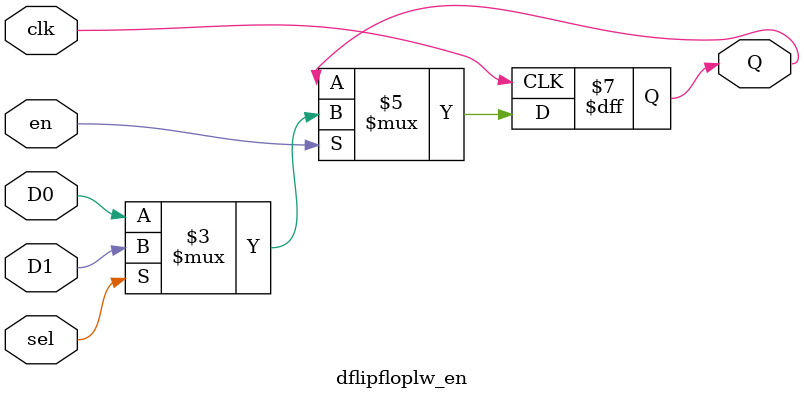
<source format=v>
`timescale 1ns / 1ps

/*
* -----------------------------------------------------------------
* COMPANY : Ruhr University Bochum
* AUTHOR  : Amir Moradi (amir.moradi@rub.de) Aein Rezaei Shahmirzadi (aein.rezaeishahmirzadi@rub.de)
* DOCUMENT: https://doi.org/10.46586/tches.v2021.i1.305-342
* -----------------------------------------------------------------
*
* Copyright (c) 2020, Amir Moradi, Aein Rezaei Shahmirzadi
*
* All rights reserved.
*
* THIS SOFTWARE IS PROVIDED BY THE COPYRIGHT HOLDERS AND CONTRIBUTORS "AS IS" AND
* ANY EXPRESS OR IMPLIED WARRANTIES, INCLUDING, BUT NOT LIMITED TO, THE IMPLIED
* WARRANTIES OF MERCHANTABILITY AND FITNESS FOR A PARTICULAR PURPOSE ARE
* DISCLAIMED. IN NO EVENT SHALL THE COPYRIGHT HOLDER OR CONTRIBUTERS BE LIABLE FOR ANY
* DIRECT, INDIRECT, INCIDENTAL, SPECIAL, EXEMPLARY, OR CONSEQUENTIAL DAMAGES
* (INCLUDING, BUT NOT LIMITED TO, PROCUREMENT OF SUBSTITUTE GOODS OR SERVICES;
* LOSS OF USE, DATA, OR PROFITS; OR BUSINESS INTERRUPTION) HOWEVER CAUSED AND
* ON ANY THEORY OF LIABILITY, WHETHER IN CONTRACT, STRICT LIABILITY, OR TORT
* (INCLUDING NEGLIGENCE OR OTHERWISE) ARISING IN ANY WAY OUT OF THE USE OF THIS
* SOFTWARE, EVEN IF ADVISED OF THE POSSIBILITY OF SUCH DAMAGE.
*
* Please see LICENSE and README for license and further instructions.
*/

module dflipfloplw_en (clk, en, sel, D0, D1, Q);
	input  clk, en, sel, D0, D1;
	output Q;

	reg Q;

	always @ ( posedge clk)
		if (en) begin
			if (sel) begin
				Q <= D1;
			end else begin
				Q <= D0;
			end
		end

endmodule 


</source>
